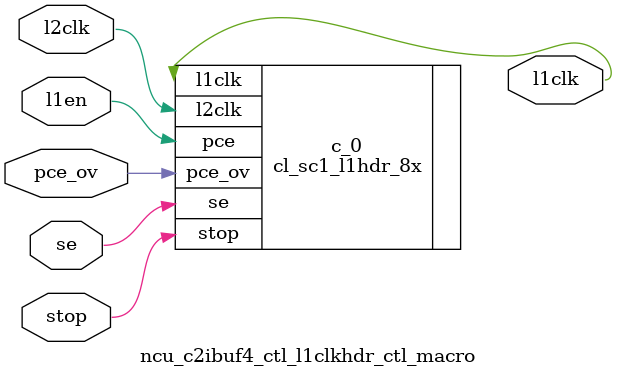
<source format=v>
module ncu_c2ibuf4_ctl (
  iol2clk, 
  tcu_scan_en, 
  scan_in, 
  scan_out, 
  tcu_pce_ov, 
  tcu_clk_stop, 
  tcu_aclk, 
  tcu_bclk, 
  c2i_packet_vld, 
  ucb_sel, 
  ucb_buf_acpt, 
  c2i_packet, 
  iob_ucb_vld, 
  iob_ucb_data, 
  ucb_iob_stall) ;
wire dbl_buf_wr;
wire dbl_buf_full;
wire dbl_buf_rd;
wire dbl_buf_vld;
wire outdata_buf_busy;
wire outdata_buf_wr;
wire wr_buf0;
wire buf1_vld;
wire buf0_vld;
wire buf1_older;
wire wr_buf1;
wire rd_buf0;
wire rd_buf1;
wire rd_buf;
wire buf1_older_n;
wire buf1_older_ff_scanin;
wire buf1_older_ff_scanout;
wire l1clk;
wire en_vld0;
wire en_vld1;
wire buf0_vld_ff_scanin;
wire buf0_vld_ff_scanout;
wire buf1_vld_ff_scanin;
wire buf1_vld_ff_scanout;
wire buf0_obj_p_ff_scanin;
wire buf0_obj_p_ff_scanout;
wire [63:0] buf0_obj_p;
wire buf0_obj_h_ff_scanin;
wire buf0_obj_h_ff_scanout;
wire [54:0] buf0_obj_h;
wire buf1_obj_p_ff_scanin;
wire buf1_obj_p_ff_scanout;
wire [63:0] buf1_obj_p;
wire buf1_obj_h_ff_scanin;
wire buf1_obj_h_ff_scanout;
wire [54:0] buf1_obj_h;
wire [127:0] outdata_buf_in;
wire [31:0] outdata_vec;
wire [127:0] outdata_buf;
wire stall_d1_ff_scanin;
wire stall_d1_ff_scanout;
wire stall_d1;
wire rdy1;
wire rdy0_ff_scanin;
wire rdy0_ff_scanout;
wire rdy0;
wire rdy1_ff_scanin;
wire rdy1_ff_scanout;
wire load_outdata;
wire shift_outdata;
wire [31:0] outdata_vec_next;
wire outdata_vec_ff_scanin;
wire outdata_vec_ff_scanout;
wire [127:0] outdata_buf_next;
wire outdata_buf_ff_scanin;
wire outdata_buf_ff_scanout;
wire siclk;
wire soclk;
wire se;
wire pce_ov;
wire stop;




////////////////////////////////////////////////////////////////////////
// Signal declarations
////////////////////////////////////////////////////////////////////////
// Global interface
input		iol2clk;

input		tcu_scan_en;
input		scan_in;
output		scan_out;
input		tcu_pce_ov;
input		tcu_clk_stop;
input		tcu_aclk;
input		tcu_bclk;



// slow control interface
input		c2i_packet_vld;
input		ucb_sel;
output		ucb_buf_acpt;


// slow datapath interface
input [127:0]	c2i_packet;


// UCB interface
output		iob_ucb_vld;
output [3:0]	iob_ucb_data;
input		ucb_iob_stall;


// Internal signals



////////////////////////////////////////////////////////////////////////
// Code starts here
////////////////////////////////////////////////////////////////////////

assign	dbl_buf_wr = c2i_packet_vld & ucb_sel & ~dbl_buf_full;
assign	ucb_buf_acpt = dbl_buf_wr;
assign	dbl_buf_rd = dbl_buf_vld & ~outdata_buf_busy;
assign	outdata_buf_wr = dbl_buf_rd;
//assign	outdata_vec_in = {128/UCB_BUS_WIDTH{1'b1}};

/******************************************************************
//dbl_buf /*#(128) dbl_buf (
//		    .clk(l2clk),
//		    .wr(dbl_buf_wr),
//		    .din(c2i_packet[127:0]),
//		    .rd(dbl_buf_rd),
//		    .dout(outdata_buf_in[127:0]),
//		    .vld(dbl_buf_vld),
//		    .full(dbl_buf_full));
******************************************************************/
assign	wr_buf0 = dbl_buf_wr & (buf1_vld | (~buf0_vld & ~buf1_older));
assign	wr_buf1 = dbl_buf_wr & (buf0_vld | (~buf1_vld & buf1_older));

// read from the older entry
assign	rd_buf0 = dbl_buf_rd & ~buf1_older;
assign	rd_buf1 = dbl_buf_rd &  buf1_older;

// flip older pointer when an entry is read
assign	rd_buf = dbl_buf_rd & (buf0_vld | buf1_vld);
assign	buf1_older_n = ~buf1_older;
ncu_c2ibuf4_ctl_msff_ctl_macro__en_1__width_1 buf1_older_ff  
				(
				.scan_in(buf1_older_ff_scanin),
				.scan_out(buf1_older_ff_scanout),
				.dout		(buf1_older),
				.l1clk		(l1clk),
				.en		(rd_buf),
				.din		(buf1_older_n),
  .siclk(siclk),
  .soclk(soclk)
				);

// set valid bit for writes and reset for reads
assign	en_vld0 = wr_buf0 | rd_buf0;
assign	en_vld1 = wr_buf1 | rd_buf1;

// the actual buffers
ncu_c2ibuf4_ctl_msff_ctl_macro__en_1__width_1 buf0_vld_ff  
				(
				.scan_in(buf0_vld_ff_scanin),
				.scan_out(buf0_vld_ff_scanout),
				.dout		(buf0_vld),
				.l1clk		(l1clk),
				.en		(en_vld0),
				.din		(wr_buf0),
  .siclk(siclk),
  .soclk(soclk)
				);

ncu_c2ibuf4_ctl_msff_ctl_macro__en_1__width_1 buf1_vld_ff  
				(
				.scan_in(buf1_vld_ff_scanin),
				.scan_out(buf1_vld_ff_scanout),
				.dout		(buf1_vld),
				.l1clk		(l1clk),
				.en		(en_vld1),
				.din		(wr_buf1),
  .siclk(siclk),
  .soclk(soclk)
				);

ncu_c2ibuf4_ctl_msff_ctl_macro__en_1__width_64 buf0_obj_p_ff  
				(
				.scan_in(buf0_obj_p_ff_scanin),
				.scan_out(buf0_obj_p_ff_scanout),
				.dout		(buf0_obj_p[63:0]),
				.l1clk		(l1clk),
				.en		(wr_buf0),
				.din		(c2i_packet[127:64]),
  .siclk(siclk),
  .soclk(soclk)
				);
ncu_c2ibuf4_ctl_msff_ctl_macro__en_1__width_55 buf0_obj_h_ff  
				(
				.scan_in(buf0_obj_h_ff_scanin),
				.scan_out(buf0_obj_h_ff_scanout),
				.dout		(buf0_obj_h[54:0]),
				.l1clk		(l1clk),
				.en		(wr_buf0),
				.din		(c2i_packet[54:0]),
  .siclk(siclk),
  .soclk(soclk)
				);

ncu_c2ibuf4_ctl_msff_ctl_macro__en_1__width_64 buf1_obj_p_ff  
				(
				.scan_in(buf1_obj_p_ff_scanin),
				.scan_out(buf1_obj_p_ff_scanout),
				.dout		(buf1_obj_p[63:0]),
				.l1clk		(l1clk),
				.en		(wr_buf1),
				.din		(c2i_packet[127:64]),
  .siclk(siclk),
  .soclk(soclk)
				);
ncu_c2ibuf4_ctl_msff_ctl_macro__en_1__width_55 buf1_obj_h_ff  
				(
				.scan_in(buf1_obj_h_ff_scanin),
				.scan_out(buf1_obj_h_ff_scanout),
				.dout		(buf1_obj_h[54:0]),
				.l1clk		(l1clk),
				.en		(wr_buf1),
				.din		(c2i_packet[54:0]),
  .siclk(siclk),
  .soclk(soclk)
				);

// mux out the older entry
assign	outdata_buf_in[127:0] = (buf1_older) ? {buf1_obj_p[63:0],9'b0,buf1_obj_h[54:0]} : 
					       {buf0_obj_p[63:0],9'b0,buf0_obj_h[54:0]} ;

assign	dbl_buf_vld = buf0_vld | buf1_vld;
assign	dbl_buf_full = buf0_vld & buf1_vld;






/*******************************************************************   
//ucb_bus_out /*#(UCB_BUS_WIDTH) ucb_bus_out ( 
//			.clk(l2clk),
//			.outdata_buf_wr(outdata_buf_wr),
//			.outdata_buf_in(outdata_buf_in[127:0]),
//			.outdata_vec_in(outdata_vec_in[128/UCB_BUS_WIDTH-1:0]),
//			.outdata_buf_busy(outdata_buf_busy),
//			.vld(iob_ucb_vld),
//			.data(iob_ucb_data[UCB_BUS_WIDTH-1:0]),
//			.stall(ucb_iob_stall));
*******************************************************************/


assign	iob_ucb_vld = outdata_vec[0];
assign	iob_ucb_data[3:0] = outdata_buf[3:0];

ncu_c2ibuf4_ctl_msff_ctl_macro__en_1__width_1 stall_d1_ff  
				(
				.scan_in(stall_d1_ff_scanin),
				.scan_out(stall_d1_ff_scanout),
				.dout		(stall_d1),
				.l1clk		(l1clk),
				.en		(rdy1),
				.din		(ucb_iob_stall),
  .siclk(siclk),
  .soclk(soclk)
				);

ncu_c2ibuf4_ctl_msff_ctl_macro__width_1 rdy0_ff 
				(
				.scan_in(rdy0_ff_scanin),
				.scan_out(rdy0_ff_scanout),
				.dout		(rdy0),
				.l1clk		(l1clk),
				.din		(1'b1),
  .siclk(siclk),
  .soclk(soclk)
				);

ncu_c2ibuf4_ctl_msff_ctl_macro__width_1 rdy1_ff 
				(
				.scan_in(rdy1_ff_scanin),
				.scan_out(rdy1_ff_scanout),
				.dout		(rdy1),
				.l1clk		(l1clk),
				.din		(rdy0),
  .siclk(siclk),
  .soclk(soclk)
				);

/************************************************************
 * Outbound Data
 ************************************************************/
// accept new data only if there is none being processed
assign  load_outdata = outdata_buf_wr & ~outdata_buf_busy;

assign  outdata_buf_busy = outdata_vec[0] | stall_d1;

assign  shift_outdata = outdata_vec[0] & ~stall_d1;

assign  outdata_vec_next[31:0] =
			//load_outdata  ? outdata_vec_in[128/UCB_BUS_WIDTH-1:0] : 
			load_outdata  ? 32'hffff_ffff : 
			//shift_outdata ? outdata_vec[128/UCB_BUS_WIDTH-1:0] >> 1 : 
			shift_outdata ? {1'b0,outdata_vec[31:1]} :
					outdata_vec[31:0] ;

ncu_c2ibuf4_ctl_msff_ctl_macro__width_32 outdata_vec_ff 
				(
				.scan_in(outdata_vec_ff_scanin),
				.scan_out(outdata_vec_ff_scanout),
				.dout		(outdata_vec[31:0]),
				.l1clk		(l1clk),
				.din		(outdata_vec_next[31:0]),
  .siclk(siclk),
  .soclk(soclk)
				);

assign  outdata_buf_next[127:0] = load_outdata  ? outdata_buf_in[127:0] :
	 		          shift_outdata ? (outdata_buf[127:0] >> 4) :  
	                         		     outdata_buf[127:0] ;

ncu_c2ibuf4_ctl_msff_ctl_macro__width_128 outdata_buf_ff 
				(
				.scan_in(outdata_buf_ff_scanin),
				.scan_out(outdata_buf_ff_scanout),
				.dout		(outdata_buf[127:0]),
				.l1clk		(l1clk),
				.din		(outdata_buf_next[127:0]),
  .siclk(siclk),
  .soclk(soclk)
				);

	



/**** adding clock header ****/
ncu_c2ibuf4_ctl_l1clkhdr_ctl_macro clkgen (
				.l2clk	(iol2clk),
				.l1en	(1'b1),
				.l1clk	(l1clk),
  .pce_ov(pce_ov),
  .stop(stop),
  .se(se)
				);

/*** building tcu port ***/
assign	siclk = tcu_aclk;
assign	soclk = tcu_bclk;
assign	   se = tcu_scan_en;
assign	pce_ov = tcu_pce_ov;
assign	stop = tcu_clk_stop;

// fixscan start:
assign buf1_older_ff_scanin      = scan_in                  ;
assign buf0_vld_ff_scanin        = buf1_older_ff_scanout    ;
assign buf1_vld_ff_scanin        = buf0_vld_ff_scanout      ;
assign buf0_obj_p_ff_scanin      = buf1_vld_ff_scanout      ;
assign buf0_obj_h_ff_scanin      = buf0_obj_p_ff_scanout    ;
assign buf1_obj_p_ff_scanin      = buf0_obj_h_ff_scanout    ;
assign buf1_obj_h_ff_scanin      = buf1_obj_p_ff_scanout    ;
assign stall_d1_ff_scanin        = buf1_obj_h_ff_scanout    ;
assign rdy0_ff_scanin            = stall_d1_ff_scanout      ;
assign rdy1_ff_scanin            = rdy0_ff_scanout          ;
assign outdata_vec_ff_scanin     = rdy1_ff_scanout          ;
assign outdata_buf_ff_scanin     = outdata_vec_ff_scanout   ;
assign scan_out                  = outdata_buf_ff_scanout   ;
// fixscan end:
endmodule // c2i_buf







// any PARAMS parms go into naming of macro

module ncu_c2ibuf4_ctl_msff_ctl_macro__en_1__width_1 (
  din, 
  en, 
  l1clk, 
  scan_in, 
  siclk, 
  soclk, 
  dout, 
  scan_out);
wire [0:0] fdin;

  input [0:0] din;
  input en;
  input l1clk;
  input scan_in;


  input siclk;
  input soclk;

  output [0:0] dout;
  output scan_out;
assign fdin[0:0] = (din[0:0] & {1{en}}) | (dout[0:0] & ~{1{en}});






dff /*#(1)*/  d0_0 (
.l1clk(l1clk),
.siclk(siclk),
.soclk(soclk),
.d(fdin[0:0]),
.si(scan_in),
.so(scan_out),
.q(dout[0:0])
);












endmodule













// any PARAMS parms go into naming of macro

module ncu_c2ibuf4_ctl_msff_ctl_macro__en_1__width_64 (
  din, 
  en, 
  l1clk, 
  scan_in, 
  siclk, 
  soclk, 
  dout, 
  scan_out);
wire [63:0] fdin;
wire [62:0] so;

  input [63:0] din;
  input en;
  input l1clk;
  input scan_in;


  input siclk;
  input soclk;

  output [63:0] dout;
  output scan_out;
assign fdin[63:0] = (din[63:0] & {64{en}}) | (dout[63:0] & ~{64{en}});






dff /*#(64)*/  d0_0 (
.l1clk(l1clk),
.siclk(siclk),
.soclk(soclk),
.d(fdin[63:0]),
.si({scan_in,so[62:0]}),
.so({so[62:0],scan_out}),
.q(dout[63:0])
);












endmodule













// any PARAMS parms go into naming of macro

module ncu_c2ibuf4_ctl_msff_ctl_macro__en_1__width_55 (
  din, 
  en, 
  l1clk, 
  scan_in, 
  siclk, 
  soclk, 
  dout, 
  scan_out);
wire [54:0] fdin;
wire [53:0] so;

  input [54:0] din;
  input en;
  input l1clk;
  input scan_in;


  input siclk;
  input soclk;

  output [54:0] dout;
  output scan_out;
assign fdin[54:0] = (din[54:0] & {55{en}}) | (dout[54:0] & ~{55{en}});






dff /*#(55)*/  d0_0 (
.l1clk(l1clk),
.siclk(siclk),
.soclk(soclk),
.d(fdin[54:0]),
.si({scan_in,so[53:0]}),
.so({so[53:0],scan_out}),
.q(dout[54:0])
);












endmodule













// any PARAMS parms go into naming of macro

module ncu_c2ibuf4_ctl_msff_ctl_macro__width_1 (
  din, 
  l1clk, 
  scan_in, 
  siclk, 
  soclk, 
  dout, 
  scan_out);
wire [0:0] fdin;

  input [0:0] din;
  input l1clk;
  input scan_in;


  input siclk;
  input soclk;

  output [0:0] dout;
  output scan_out;
assign fdin[0:0] = din[0:0];






dff /*#(1)*/  d0_0 (
.l1clk(l1clk),
.siclk(siclk),
.soclk(soclk),
.d(fdin[0:0]),
.si(scan_in),
.so(scan_out),
.q(dout[0:0])
);












endmodule













// any PARAMS parms go into naming of macro

module ncu_c2ibuf4_ctl_msff_ctl_macro__width_32 (
  din, 
  l1clk, 
  scan_in, 
  siclk, 
  soclk, 
  dout, 
  scan_out);
wire [31:0] fdin;
wire [30:0] so;

  input [31:0] din;
  input l1clk;
  input scan_in;


  input siclk;
  input soclk;

  output [31:0] dout;
  output scan_out;
assign fdin[31:0] = din[31:0];






dff /*#(32)*/  d0_0 (
.l1clk(l1clk),
.siclk(siclk),
.soclk(soclk),
.d(fdin[31:0]),
.si({scan_in,so[30:0]}),
.so({so[30:0],scan_out}),
.q(dout[31:0])
);












endmodule













// any PARAMS parms go into naming of macro

module ncu_c2ibuf4_ctl_msff_ctl_macro__width_128 (
  din, 
  l1clk, 
  scan_in, 
  siclk, 
  soclk, 
  dout, 
  scan_out);
wire [127:0] fdin;
wire [126:0] so;

  input [127:0] din;
  input l1clk;
  input scan_in;


  input siclk;
  input soclk;

  output [127:0] dout;
  output scan_out;
assign fdin[127:0] = din[127:0];






dff /*#(128)*/  d0_0 (
.l1clk(l1clk),
.siclk(siclk),
.soclk(soclk),
.d(fdin[127:0]),
.si({scan_in,so[126:0]}),
.so({so[126:0],scan_out}),
.q(dout[127:0])
);












endmodule













// any PARAMS parms go into naming of macro

module ncu_c2ibuf4_ctl_l1clkhdr_ctl_macro (
  l2clk, 
  l1en, 
  pce_ov, 
  stop, 
  se, 
  l1clk);


  input l2clk;
  input l1en;
  input pce_ov;
  input stop;
  input se;
  output l1clk;



 

cl_sc1_l1hdr_8x c_0 (


   .l2clk(l2clk),
   .pce(l1en),
   .l1clk(l1clk),
  .se(se),
  .pce_ov(pce_ov),
  .stop(stop)
);



endmodule









</source>
